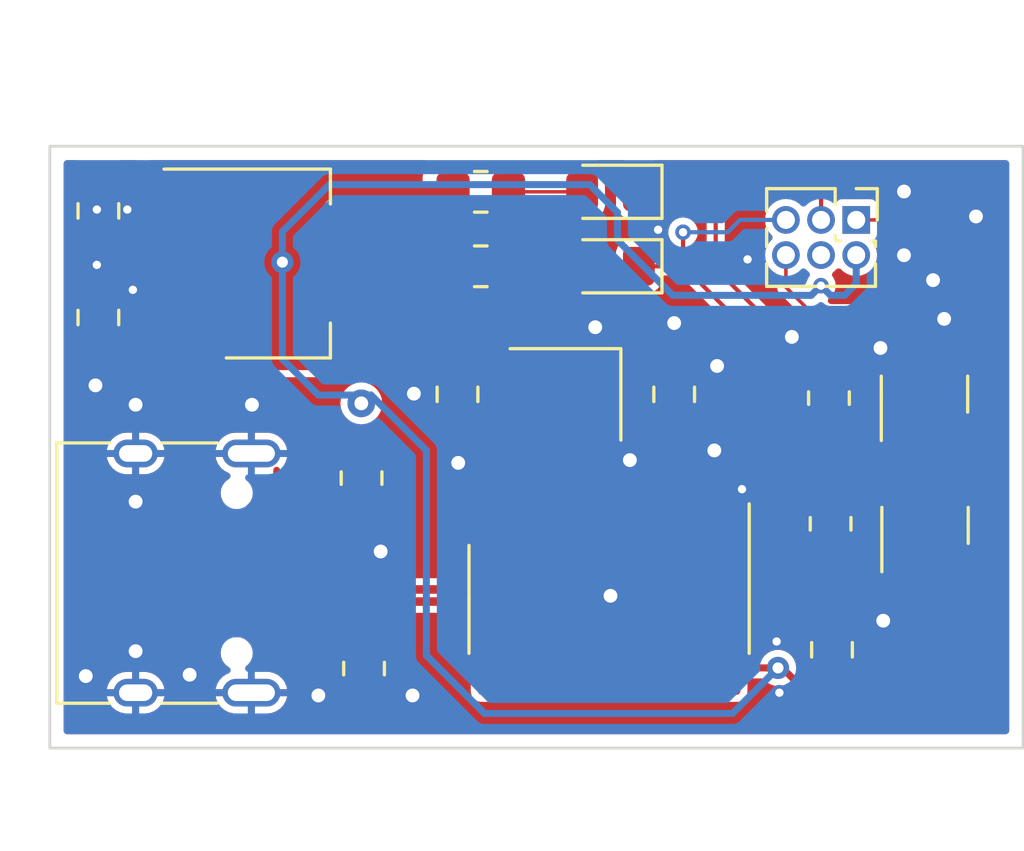
<source format=kicad_pcb>
(kicad_pcb (version 20221018) (generator pcbnew)
  (layers (0 "F.Cu" signal) (1 "In1.Cu" signal) (2 "In2.Cu" signal) (31 "B.Cu" signal) (34 "B.Paste" user) (35 "F.Paste" user) (36 "B.SilkS" user "B.Silkscreen") (37 "F.SilkS" user "F.Silkscreen") (38 "B.Mask" user) (39 "F.Mask" user) (44 "Edge.Cuts" user))
  (net 0 "")
  (net 1 "/XTAL_XO")
  (net 2 "GND")
  (net 3 "/XTAL_XI")
  (net 4 "VBUS")
  (net 5 "+3V3")
  (net 6 "/TXD")
  (net 7 "Net-(D1-A)")
  (net 8 "/RXD")
  (net 9 "Net-(D2-A)")
  (net 10 "Net-(J2-CC1)")
  (net 11 "/USB_D+")
  (net 12 "/USB_D-")
  (net 14 "Net-(J2-CC2)")
  (net 16 "/EN")
  (net 17 "/IO0")
  (net 18 "Net-(Q1-B)")
  (net 19 "/~{RTS}")
  (net 20 "Net-(Q2-B)")
  (net 21 "/~{DTR}")
  (net 22 "+3V3_OUT")
  (footprint "LED_SMD:LED_0805_2012Metric_Pad1.15x1.40mm_HandSolder" (layer "F.Cu") (at 135.25 75.05 180)
    (fp_text reference "D1" hide)
    (fp_text value "LED")
    (fp_line (start -1.86 -0.96) (end -1.86 0.96) (stroke (width 0.12)) (layer "F.SilkS"))
    (fp_line (start -1.86 0.96) (end 1 0.96) (stroke (width 0.12)) (layer "F.SilkS"))
    (fp_line (start 1 -0.96) (end -1.86 -0.96) (stroke (width 0.12)) (layer "F.SilkS"))
    (pad "1" smd roundrect (at -1.025 0 180) (size 1.15 1.4) (layers "F.Cu" "F.Paste" "F.Mask") (roundrect_rratio 0.217391) (net 6 "/TXD"))
    (pad "2" smd roundrect (at 1.025 0 180) (size 1.15 1.4) (layers "F.Cu" "F.Paste" "F.Mask") (roundrect_rratio 0.217391) (net 7 "Net-(D1-A)"))
  )
  (footprint "Resistor_SMD:R_0805_2012Metric_Pad1.20x1.40mm_HandSolder" (layer "F.Cu") (at 126.35 89.58 -90)
    (fp_text reference "R5" hide)
    (fp_text value "5.1k")
    (fp_line (start -0.227064 -0.735) (end 0.227064 -0.735) (stroke (width 0.12)) (layer "F.SilkS"))
    (fp_line (start -0.227064 0.735) (end 0.227064 0.735) (stroke (width 0.12)) (layer "F.SilkS"))
    (pad "1" smd roundrect (at -1 0 270) (size 1.2 1.4) (layers "F.Cu" "F.Paste" "F.Mask") (roundrect_rratio 0.208333) (net 14 "Net-(J2-CC2)"))
    (pad "2" smd roundrect (at 1 0 270) (size 1.2 1.4) (layers "F.Cu" "F.Paste" "F.Mask") (roundrect_rratio 0.208333) (net 2 "GND"))
  )
  (footprint "Resistor_SMD:R_0805_2012Metric_Pad1.20x1.40mm_HandSolder" (layer "F.Cu") (at 143.14 79.81 -90)
    (fp_text reference "R1" hide)
    (fp_text value "10k")
    (fp_line (start -0.227064 -0.735) (end 0.227064 -0.735) (stroke (width 0.12)) (layer "F.SilkS"))
    (fp_line (start -0.227064 0.735) (end 0.227064 0.735) (stroke (width 0.12)) (layer "F.SilkS"))
    (pad "1" smd roundrect (at -1 0 270) (size 1.2 1.4) (layers "F.Cu" "F.Paste" "F.Mask") (roundrect_rratio 0.208333) (net 21 "/~{DTR}"))
    (pad "2" smd roundrect (at 1 0 270) (size 1.2 1.4) (layers "F.Cu" "F.Paste" "F.Mask") (roundrect_rratio 0.208333) (net 18 "Net-(Q1-B)"))
  )
  (footprint "LED_SMD:LED_0805_2012Metric_Pad1.15x1.40mm_HandSolder" (layer "F.Cu") (at 135.25 72.36 180)
    (fp_text reference "D2" hide)
    (fp_text value "LED")
    (fp_line (start -1.86 -0.96) (end -1.86 0.96) (stroke (width 0.12)) (layer "F.SilkS"))
    (fp_line (start -1.86 0.96) (end 1 0.96) (stroke (width 0.12)) (layer "F.SilkS"))
    (fp_line (start 1 -0.96) (end -1.86 -0.96) (stroke (width 0.12)) (layer "F.SilkS"))
    (pad "1" smd roundrect (at -1.025 0 180) (size 1.15 1.4) (layers "F.Cu" "F.Paste" "F.Mask") (roundrect_rratio 0.217391) (net 8 "/RXD"))
    (pad "2" smd roundrect (at 1.025 0 180) (size 1.15 1.4) (layers "F.Cu" "F.Paste" "F.Mask") (roundrect_rratio 0.217391) (net 9 "Net-(D2-A)"))
  )
  (footprint "Crystal:Crystal_SMD_3225-4Pin_3.2x2.5mm" (layer "F.Cu") (at 133.625 79.675 180)
    (fp_text reference "Y2" hide)
    (fp_text value "12MHz")
    (fp_line (start -2 -1.65) (end -2 1.65) (stroke (width 0.12)) (layer "F.SilkS"))
    (fp_line (start -2 1.65) (end 2 1.65) (stroke (width 0.12)) (layer "F.SilkS"))
    (pad "1" smd rect (at -1.1 0.85 180) (size 1.4 1.2) (layers "F.Cu" "F.Paste" "F.Mask") (net 2 "GND"))
    (pad "2" smd rect (at 1.1 0.85 180) (size 1.4 1.2) (layers "F.Cu" "F.Paste" "F.Mask") (net 1 "/XTAL_XO"))
    (pad "3" smd rect (at 1.1 -0.85 180) (size 1.4 1.2) (layers "F.Cu" "F.Paste" "F.Mask") (net 2 "GND"))
    (pad "4" smd rect (at -1.1 -0.85 180) (size 1.4 1.2) (layers "F.Cu" "F.Paste" "F.Mask") (net 3 "/XTAL_XI"))
  )
  (footprint "Capacitor_SMD:C_0805_2012Metric_Pad1.18x1.45mm_HandSolder" (layer "F.Cu") (at 143.25 88.9 90)
    (fp_text reference "C5" hide)
    (fp_text value "1u")
    (fp_line (start -0.261252 -0.735) (end 0.261252 -0.735) (stroke (width 0.12)) (layer "F.SilkS"))
    (fp_line (start -0.261252 0.735) (end 0.261252 0.735) (stroke (width 0.12)) (layer "F.SilkS"))
    (pad "1" smd roundrect (at -1.0375 0 90) (size 1.175 1.45) (layers "F.Cu" "F.Paste" "F.Mask") (roundrect_rratio 0.212766) (net 5 "+3V3"))
    (pad "2" smd roundrect (at 1.0375 0 90) (size 1.175 1.45) (layers "F.Cu" "F.Paste" "F.Mask") (roundrect_rratio 0.212766) (net 2 "GND"))
  )
  (footprint "Resistor_SMD:R_0805_2012Metric_Pad1.20x1.40mm_HandSolder" (layer "F.Cu") (at 130.565 75.05)
    (fp_text reference "R3" hide)
    (fp_text value "2k")
    (fp_line (start -0.227064 -0.735) (end 0.227064 -0.735) (stroke (width 0.12)) (layer "F.SilkS"))
    (fp_line (start -0.227064 0.735) (end 0.227064 0.735) (stroke (width 0.12)) (layer "F.SilkS"))
    (pad "1" smd roundrect (at -1 0) (size 1.2 1.4) (layers "F.Cu" "F.Paste" "F.Mask") (roundrect_rratio 0.208333) (net 5 "+3V3"))
    (pad "2" smd roundrect (at 1 0) (size 1.2 1.4) (layers "F.Cu" "F.Paste" "F.Mask") (roundrect_rratio 0.208333) (net 7 "Net-(D1-A)"))
  )
  (footprint "Capacitor_SMD:C_0805_2012Metric_Pad1.18x1.45mm_HandSolder" (layer "F.Cu") (at 137.55 79.675 90)
    (fp_text reference "C2" hide)
    (fp_text value "TBD")
    (fp_line (start -0.261252 -0.735) (end 0.261252 -0.735) (stroke (width 0.12)) (layer "F.SilkS"))
    (fp_line (start -0.261252 0.735) (end 0.261252 0.735) (stroke (width 0.12)) (layer "F.SilkS"))
    (pad "1" smd roundrect (at -1.0375 0 90) (size 1.175 1.45) (layers "F.Cu" "F.Paste" "F.Mask") (roundrect_rratio 0.212766) (net 3 "/XTAL_XI"))
    (pad "2" smd roundrect (at 1.0375 0 90) (size 1.175 1.45) (layers "F.Cu" "F.Paste" "F.Mask") (roundrect_rratio 0.212766) (net 2 "GND"))
  )
  (footprint "Connector_PinHeader_1.27mm:PinHeader_2x03_P1.27mm_Vertical" (layer "F.Cu") (at 144.125 73.375 -90)
    (fp_text reference "J3" hide)
    (fp_text value "Conn_02x03_Odd_Even")
    (fp_line (start -1.13 -0.76) (end 0 -0.76) (stroke (width 0.12)) (layer "F.SilkS"))
    (fp_line (start -1.13 0) (end -1.13 -0.76) (stroke (width 0.12)) (layer "F.SilkS"))
    (fp_line (start -1.13 0.76) (end -1.13 3.235) (stroke (width 0.12)) (layer "F.SilkS"))
    (fp_line (start -1.13 0.76) (end -0.563471 0.76) (stroke (width 0.12)) (layer "F.SilkS"))
    (fp_line (start -1.13 3.235) (end -0.30753 3.235) (stroke (width 0.12)) (layer "F.SilkS"))
    (fp_line (start 0.30753 3.235) (end 0.96247 3.235) (stroke (width 0.12)) (layer "F.SilkS"))
    (fp_line (start 0.563471 0.76) (end 0.706529 0.76) (stroke (width 0.12)) (layer "F.SilkS"))
    (fp_line (start 0.76 -0.695) (end 0.96247 -0.695) (stroke (width 0.12)) (layer "F.SilkS"))
    (fp_line (start 0.76 -0.563471) (end 0.76 -0.695) (stroke (width 0.12)) (layer "F.SilkS"))
    (fp_line (start 0.76 0.706529) (end 0.76 0.563471) (stroke (width 0.12)) (layer "F.SilkS"))
    (fp_line (start 1.57753 -0.695) (end 2.4 -0.695) (stroke (width 0.12)) (layer "F.SilkS"))
    (fp_line (start 1.57753 3.235) (end 2.4 3.235) (stroke (width 0.12)) (layer "F.SilkS"))
    (fp_line (start 2.4 -0.695) (end 2.4 3.235) (stroke (width 0.12)) (layer "F.SilkS"))
    (pad "1" thru_hole rect (at 0 0 270) (size 1 1) (drill 0.65) (layers "*.Cu" "*.Mask") (net 16 "/EN"))
    (pad "2" thru_hole oval (at 1.27 0 270) (size 1 1) (drill 0.65) (layers "*.Cu" "*.Mask") (net 5 "+3V3"))
    (pad "3" thru_hole oval (at 0 1.27 270) (size 1 1) (drill 0.65) (layers "*.Cu" "*.Mask") (net 8 "/RXD"))
    (pad "4" thru_hole oval (at 1.27 1.27 270) (size 1 1) (drill 0.65) (layers "*.Cu" "*.Mask") (net 2 "GND"))
    (pad "5" thru_hole oval (at 0 2.54 270) (size 1 1) (drill 0.65) (layers "*.Cu" "*.Mask") (net 6 "/TXD"))
    (pad "6" thru_hole oval (at 1.27 2.54 270) (size 1 1) (drill 0.65) (layers "*.Cu" "*.Mask") (net 17 "/IO0"))
  )
  (footprint "Resistor_SMD:R_0805_2012Metric_Pad1.20x1.40mm_HandSolder" (layer "F.Cu") (at 126.26 82.7 90)
    (fp_text reference "R6" hide)
    (fp_text value "5.1k")
    (fp_line (start -0.227064 -0.735) (end 0.227064 -0.735) (stroke (width 0.12)) (layer "F.SilkS"))
    (fp_line (start -0.227064 0.735) (end 0.227064 0.735) (stroke (width 0.12)) (layer "F.SilkS"))
    (pad "1" smd roundrect (at -1 0 90) (size 1.2 1.4) (layers "F.Cu" "F.Paste" "F.Mask") (roundrect_rratio 0.208333) (net 10 "Net-(J2-CC1)"))
    (pad "2" smd roundrect (at 1 0 90) (size 1.2 1.4) (layers "F.Cu" "F.Paste" "F.Mask") (roundrect_rratio 0.208333) (net 2 "GND"))
  )
  (footprint "Capacitor_SMD:C_0805_2012Metric_Pad1.18x1.45mm_HandSolder" (layer "F.Cu") (at 129.725 79.675 -90)
    (fp_text reference "C1" hide)
    (fp_text value "TBD")
    (fp_line (start -0.261252 -0.735) (end 0.261252 -0.735) (stroke (width 0.12)) (layer "F.SilkS"))
    (fp_line (start -0.261252 0.735) (end 0.261252 0.735) (stroke (width 0.12)) (layer "F.SilkS"))
    (pad "1" smd roundrect (at -1.0375 0 270) (size 1.175 1.45) (layers "F.Cu" "F.Paste" "F.Mask") (roundrect_rratio 0.212766) (net 1 "/XTAL_XO"))
    (pad "2" smd roundrect (at 1.0375 0 270) (size 1.175 1.45) (layers "F.Cu" "F.Paste" "F.Mask") (roundrect_rratio 0.212766) (net 2 "GND"))
  )
  (footprint "Package_TO_SOT_SMD:SOT-223-3_TabPin2" (layer "F.Cu") (at 123.225 74.95)
    (fp_text reference "U2" hide)
    (fp_text value "TLV1117-33")
    (fp_line (start -4.1 -3.41) (end 1.91 -3.41) (stroke (width 0.12)) (layer "F.SilkS"))
    (fp_line (start -1.85 3.41) (end 1.91 3.41) (stroke (width 0.12)) (layer "F.SilkS"))
    (fp_line (start 1.91 -3.41) (end 1.91 -2.15) (stroke (width 0.12)) (layer "F.SilkS"))
    (fp_line (start 1.91 3.41) (end 1.91 2.15) (stroke (width 0.12)) (layer "F.SilkS"))
    (pad "1" smd rect (at -3.15 -2.3) (size 2 1.5) (layers "F.Cu" "F.Paste" "F.Mask") (net 2 "GND"))
    (pad "2" smd rect (at -3.15 0) (size 2 1.5) (layers "F.Cu" "F.Paste" "F.Mask") (net 5 "+3V3"))
    (pad "2" smd rect (at 3.15 0) (size 2 3.8) (layers "F.Cu" "F.Paste" "F.Mask") (net 5 "+3V3"))
    (pad "3" smd rect (at -3.15 2.3) (size 2 1.5) (layers "F.Cu" "F.Paste" "F.Mask") (net 4 "VBUS"))
  )
  (footprint "Capacitor_SMD:C_0805_2012Metric" (layer "F.Cu") (at 116.755 73.05 90)
    (fp_text reference "C4" hide)
    (fp_text value "1u")
    (fp_line (start -0.261252 -0.735) (end 0.261252 -0.735) (stroke (width 0.12)) (layer "F.SilkS"))
    (fp_line (start -0.261252 0.735) (end 0.261252 0.735) (stroke (width 0.12)) (layer "F.SilkS"))
    (pad "1" smd roundrect (at -0.95 0 90) (size 1 1.45) (layers "F.Cu" "F.Paste" "F.Mask") (net 5 "+3V3"))
    (pad "2" smd roundrect (at 0.95 0 90) (size 1 1.45) (layers "F.Cu" "F.Paste" "F.Mask") (net 2 "GND"))
  )
  (footprint "Package_TO_SOT_SMD:SOT-23" (layer "F.Cu") (at 146.61 84.4075 90)
    (fp_text reference "Q1" hide)
    (fp_text value "PMBT3904")
    (fp_line (start 0 -1.56) (end -1.675 -1.56) (stroke (width 0.12)) (layer "F.SilkS"))
    (fp_line (start 0 -1.56) (end 0.65 -1.56) (stroke (width 0.12)) (layer "F.SilkS"))
    (fp_line (start 0 1.56) (end -0.65 1.56) (stroke (width 0.12)) (layer "F.SilkS"))
    (fp_line (start 0 1.56) (end 0.65 1.56) (stroke (width 0.12)) (layer "F.SilkS"))
    (pad "1" smd roundrect (at -0.9375 -0.95 90) (size 1.475 0.6) (layers "F.Cu" "F.Paste" "F.Mask") (net 18 "Net-(Q1-B)"))
    (pad "2" smd roundrect (at -0.9375 0.95 90) (size 1.475 0.6) (layers "F.Cu" "F.Paste" "F.Mask") (net 19 "/~{RTS}"))
    (pad "3" smd roundrect (at 0.9375 0 90) (size 1.475 0.6) (layers "F.Cu" "F.Paste" "F.Mask") (net 16 "/EN"))
  )
  (footprint "Resistor_SMD:R_0805_2012Metric_Pad1.20x1.40mm_HandSolder" (layer "F.Cu") (at 130.565 72.36)
    (fp_text reference "R4" hide)
    (fp_text value "2k")
    (fp_line (start -0.227064 -0.735) (end 0.227064 -0.735) (stroke (width 0.12)) (layer "F.SilkS"))
    (fp_line (start -0.227064 0.735) (end 0.227064 0.735) (stroke (width 0.12)) (layer "F.SilkS"))
    (pad "1" smd roundrect (at -1 0) (size 1.2 1.4) (layers "F.Cu" "F.Paste" "F.Mask") (roundrect_rratio 0.208333) (net 5 "+3V3"))
    (pad "2" smd roundrect (at 1 0) (size 1.2 1.4) (layers "F.Cu" "F.Paste" "F.Mask") (roundrect_rratio 0.208333) (net 9 "Net-(D2-A)"))
  )
  (footprint "Connector_USB:USB_C_Receptacle_HRO_TYPE-C-31-M-12" (layer "F.Cu") (at 119.15 86.13 -90)
    (fp_text reference "J2" hide)
    (fp_text value "USB_C_Receptacle_USB2.0")
    (fp_line (start -4.7 -1.9) (end -4.7 0.1) (stroke (width 0.12)) (layer "F.SilkS"))
    (fp_line (start -4.7 2) (end -4.7 3.9) (stroke (width 0.12)) (layer "F.SilkS"))
    (fp_line (start -4.7 3.9) (end 4.7 3.9) (stroke (width 0.12)) (layer "F.SilkS"))
    (fp_line (start 4.7 -1.9) (end 4.7 0.1) (stroke (width 0.12)) (layer "F.SilkS"))
    (fp_line (start 4.7 2) (end 4.7 3.9) (stroke (width 0.12)) (layer "F.SilkS"))
    (pad "" np_thru_hole circle (at -2.89 -2.6 270) (size 0.65 0.65) (drill 0.65) (layers "*.Cu" "*.Mask"))
    (pad "" np_thru_hole circle (at 2.89 -2.6 270) (size 0.65 0.65) (drill 0.65) (layers "*.Cu" "*.Mask"))
    (pad "A1" smd rect (at -3.25 -4.045 270) (size 0.6 1.45) (layers "F.Cu" "F.Paste" "F.Mask") (net 2 "GND"))
    (pad "A4" smd rect (at -2.45 -4.045 270) (size 0.6 1.45) (layers "F.Cu" "F.Paste" "F.Mask") (net 4 "VBUS"))
    (pad "A5" smd rect (at -1.25 -4.045 270) (size 0.3 1.45) (layers "F.Cu" "F.Paste" "F.Mask") (net 10 "Net-(J2-CC1)"))
    (pad "A6" smd rect (at -0.25 -4.045 270) (size 0.3 1.45) (layers "F.Cu" "F.Paste" "F.Mask") (net 11 "/USB_D+"))
    (pad "A7" smd rect (at 0.25 -4.045 270) (size 0.3 1.45) (layers "F.Cu" "F.Paste" "F.Mask") (net 12 "/USB_D-"))
    (pad "A8" smd rect (at 1.25 -4.045 270) (size 0.3 1.45) (layers "F.Cu" "F.Paste" "F.Mask"))
    (pad "A9" smd rect (at 2.45 -4.045 270) (size 0.6 1.45) (layers "F.Cu" "F.Paste" "F.Mask") (net 4 "VBUS"))
    (pad "A12" smd rect (at 3.25 -4.045 270) (size 0.6 1.45) (layers "F.Cu" "F.Paste" "F.Mask") (net 2 "GND"))
    (pad "B1" smd rect (at 3.25 -4.045 270) (size 0.6 1.45) (layers "F.Cu" "F.Paste" "F.Mask") (net 2 "GND"))
    (pad "B4" smd rect (at 2.45 -4.045 270) (size 0.6 1.45) (layers "F.Cu" "F.Paste" "F.Mask") (net 4 "VBUS"))
    (pad "B5" smd rect (at 1.75 -4.045 270) (size 0.3 1.45) (layers "F.Cu" "F.Paste" "F.Mask") (net 14 "Net-(J2-CC2)"))
    (pad "B6" smd rect (at 0.75 -4.045 270) (size 0.3 1.45) (layers "F.Cu" "F.Paste" "F.Mask") (net 11 "/USB_D+"))
    (pad "B7" smd rect (at -0.75 -4.045 270) (size 0.3 1.45) (layers "F.Cu" "F.Paste" "F.Mask") (net 12 "/USB_D-"))
    (pad "B8" smd rect (at -1.75 -4.045 270) (size 0.3 1.45) (layers "F.Cu" "F.Paste" "F.Mask"))
    (pad "B9" smd rect (at -2.45 -4.045 270) (size 0.6 1.45) (layers "F.Cu" "F.Paste" "F.Mask") (net 4 "VBUS"))
    (pad "B12" smd rect (at -3.25 -4.045 270) (size 0.6 1.45) (layers "F.Cu" "F.Paste" "F.Mask") (net 2 "GND"))
    (pad "S1" thru_hole oval (at -4.32 -3.13 270) (size 1 2.1) (drill oval 0.6 1.7) (layers "*.Cu" "*.Mask") (net 2 "GND"))
    (pad "S1" thru_hole oval (at -4.32 1.05 270) (size 1 1.6) (drill oval 0.6 1.2) (layers "*.Cu" "*.Mask") (net 2 "GND"))
    (pad "S1" thru_hole oval (at 4.32 -3.13 270) (size 1 2.1) (drill oval 0.6 1.7) (layers "*.Cu" "*.Mask") (net 2 "GND"))
    (pad "S1" thru_hole oval (at 4.32 1.05 270) (size 1 1.6) (drill oval 0.6 1.2) (layers "*.Cu" "*.Mask") (net 2 "GND"))
  )
  (footprint "Resistor_SMD:R_0805_2012Metric_Pad1.20x1.40mm_HandSolder" (layer "F.Cu") (at 143.2 84.35 90)
    (fp_text reference "R2" hide)
    (fp_text value "10k")
    (fp_line (start -0.227064 -0.735) (end 0.227064 -0.735) (stroke (width 0.12)) (layer "F.SilkS"))
    (fp_line (start -0.227064 0.735) (end 0.227064 0.735) (stroke (width 0.12)) (layer "F.SilkS"))
    (pad "1" smd roundrect (at -1 0 90) (size 1.2 1.4) (layers "F.Cu" "F.Paste" "F.Mask") (roundrect_rratio 0.208333) (net 19 "/~{RTS}"))
    (pad "2" smd roundrect (at 1 0 90) (size 1.2 1.4) (layers "F.Cu" "F.Paste" "F.Mask") (roundrect_rratio 0.208333) (net 20 "Net-(Q2-B)"))
  )
  (footprint "Package_SO:SOIC-16_3.9x9.9mm_P1.27mm" (layer "F.Cu") (at 135.2 87.08 -90)
    (fp_text reference "U1" hide)
    (fp_text value "CH340G")
    (fp_line (start 0 -5.06) (end -3.45 -5.06) (stroke (width 0.12)) (layer "F.SilkS"))
    (fp_line (start 0 -5.06) (end 1.95 -5.06) (stroke (width 0.12)) (layer "F.SilkS"))
    (fp_line (start 0 5.06) (end -1.95 5.06) (stroke (width 0.12)) (layer "F.SilkS"))
    (fp_line (start 0 5.06) (end 1.95 5.06) (stroke (width 0.12)) (layer "F.SilkS"))
    (pad "1" smd roundrect (at -2.475 -4.445 270) (size 1.95 0.6) (layers "F.Cu" "F.Paste" "F.Mask") (net 2 "GND"))
    (pad "2" smd roundrect (at -2.475 -3.175 270) (size 1.95 0.6) (layers "F.Cu" "F.Paste" "F.Mask") (net 6 "/TXD"))
    (pad "3" smd roundrect (at -2.475 -1.905 270) (size 1.95 0.6) (layers "F.Cu" "F.Paste" "F.Mask") (net 8 "/RXD"))
    (pad "4" smd roundrect (at -2.475 -0.635 270) (size 1.95 0.6) (layers "F.Cu" "F.Paste" "F.Mask") (net 22 "+3V3_OUT"))
    (pad "5" smd roundrect (at -2.475 0.635 270) (size 1.95 0.6) (layers "F.Cu" "F.Paste" "F.Mask") (net 11 "/USB_D+"))
    (pad "6" smd roundrect (at -2.475 1.905 270) (size 1.95 0.6) (layers "F.Cu" "F.Paste" "F.Mask") (net 12 "/USB_D-"))
    (pad "7" smd roundrect (at -2.475 3.175 270) (size 1.95 0.6) (layers "F.Cu" "F.Paste" "F.Mask") (net 3 "/XTAL_XI"))
    (pad "8" smd roundrect (at -2.475 4.445 270) (size 1.95 0.6) (layers "F.Cu" "F.Paste" "F.Mask") (net 1 "/XTAL_XO"))
    (pad "9" smd roundrect (at 2.475 4.445 270) (size 1.95 0.6) (layers "F.Cu" "F.Paste" "F.Mask"))
    (pad "10" smd roundrect (at 2.475 3.175 270) (size 1.95 0.6) (layers "F.Cu" "F.Paste" "F.Mask"))
    (pad "11" smd roundrect (at 2.475 1.905 270) (size 1.95 0.6) (layers "F.Cu" "F.Paste" "F.Mask"))
    (pad "12" smd roundrect (at 2.475 0.635 270) (size 1.95 0.6) (layers "F.Cu" "F.Paste" "F.Mask"))
    (pad "13" smd roundrect (at 2.475 -0.635 270) (size 1.95 0.6) (layers "F.Cu" "F.Paste" "F.Mask") (net 21 "/~{DTR}"))
    (pad "14" smd roundrect (at 2.475 -1.905 270) (size 1.95 0.6) (layers "F.Cu" "F.Paste" "F.Mask") (net 19 "/~{RTS}"))
    (pad "15" smd roundrect (at 2.475 -3.175 270) (size 1.95 0.6) (layers "F.Cu" "F.Paste" "F.Mask"))
    (pad "16" smd roundrect (at 2.475 -4.445 270) (size 1.95 0.6) (layers "F.Cu" "F.Paste" "F.Mask") (net 5 "+3V3"))
  )
  (footprint "Package_TO_SOT_SMD:SOT-23" (layer "F.Cu") (at 146.59 79.6675 90)
    (fp_text reference "Q2" hide)
    (fp_text value "PMBT3904")
    (fp_line (start 0 -1.56) (end -1.675 -1.56) (stroke (width 0.12)) (layer "F.SilkS"))
    (fp_line (start 0 -1.56) (end 0.65 -1.56) (stroke (width 0.12)) (layer "F.SilkS"))
    (fp_line (start 0 1.56) (end -0.65 1.56) (stroke (width 0.12)) (layer "F.SilkS"))
    (fp_line (start 0 1.56) (end 0.65 1.56) (stroke (width 0.12)) (layer "F.SilkS"))
    (pad "1" smd roundrect (at -0.9375 -0.95 90) (size 1.475 0.6) (layers "F.Cu" "F.Paste" "F.Mask") (net 20 "Net-(Q2-B)"))
    (pad "2" smd roundrect (at -0.9375 0.95 90) (size 1.475 0.6) (layers "F.Cu" "F.Paste" "F.Mask") (net 21 "/~{DTR}"))
    (pad "3" smd roundrect (at 0.9375 0 90) (size 1.475 0.6) (layers "F.Cu" "F.Paste" "F.Mask") (net 17 "/IO0"))
  )
  (footprint "Capacitor_SMD:C_0805_2012Metric" (layer "F.Cu") (at 116.755 76.9 90)
    (fp_text reference "C3" hide)
    (fp_text value "1u")
    (fp_line (start -0.261252 -0.735) (end 0.261252 -0.735) (stroke (width 0.12)) (layer "F.SilkS"))
    (fp_line (start -0.261252 0.735) (end 0.261252 0.735) (stroke (width 0.12)) (layer "F.SilkS"))
    (pad "1" smd roundrect (at -0.95 0 90) (size 1 1.45) (layers "F.Cu" "F.Paste" "F.Mask") (net 4 "VBUS"))
    (pad "2" smd roundrect (at 0.95 0 90) (size 1 1.45) (layers "F.Cu" "F.Paste" "F.Mask") (net 2 "GND"))
  )
  (gr_rect (start 115 70.715) (end 150.15 92.45) (stroke (width 0.1)) (fill none) (layer "Edge.Cuts"))
  (segment (start 131.2 79) (end 131.2 79.9) (width 0.254) (layer "F.Cu") (net 1))
  (segment (start 131.2 82) (end 130.755 82.445) (width 0.254) (layer "F.Cu") (net 1))
  (segment (start 132.525 78.825) (end 131.375 78.825) (width 0.254) (layer "F.Cu") (net 1))
  (segment (start 131.375 78.825) (end 131.2 79) (width 0.254) (layer "F.Cu") (net 1))
  (segment (start 131.2 79.1) (end 130.7375 78.6375) (width 0.254) (layer "F.Cu") (net 1))
  (segment (start 131.2 79.9) (end 131.2 82) (width 0.254) (layer "F.Cu") (net 1))
  (segment (start 131.2 79.9) (end 131.2 79.1) (width 0.254) (layer "F.Cu") (net 1))
  (segment (start 130.7375 78.6375) (end 129.725 78.6375) (width 0.254) (layer "F.Cu") (net 1))
  (segment (start 130.755 82.445) (end 130.755 84.605) (width 0.254) (layer "F.Cu") (net 1))
  (segment (start 118.55 72.65) (end 118 72.1) (width 0.254) (layer "F.Cu") (net 2))
  (segment (start 118 72.1) (end 116.755 72.1) (width 0.254) (layer "F.Cu") (net 2))
  (segment (start 120.075 72.65) (end 118.55 72.65) (width 0.254) (layer "F.Cu") (net 2))
  (via (at 146.9 75.55) (size 1) (drill 0.5) (layers "F.Cu" "B.Cu") (net 2))
  (via (at 145.85 74.65) (size 1) (drill 0.5) (layers "F.Cu" "B.Cu") (net 2))
  (via (at 135.25 86.95) (size 1) (drill 0.5) (layers "F.Cu" "B.Cu") (net 2))
  (via (at 145 78) (size 1) (drill 0.5) (layers "F.Cu" "B.Cu") (net 2))
  (via (at 140.2 74.8) (size 0.56) (drill 0.3) (layers "F.Cu" "B.Cu") (net 2))
  (via (at 126.95 85.35) (size 1) (drill 0.5) (layers "F.Cu" "B.Cu") (net 2))
  (via (at 145.1 87.85) (size 1) (drill 0.5) (layers "F.Cu" "B.Cu") (net 2))
  (via (at 117.8 73) (size 0.56) (drill 0.3) (layers "F.Cu" "B.Cu") (net 2))
  (via (at 118.1 88.95) (size 1) (drill 0.5) (layers "F.Cu" "B.Cu") (net 2))
  (via (at 116.7 75) (size 0.56) (drill 0.3) (layers "F.Cu" "B.Cu") (net 2))
  (via (at 129.75 82.15) (size 1) (drill 0.5) (layers "F.Cu" "B.Cu") (net 2))
  (via (at 118.1 80.05) (size 1) (drill 0.5) (layers "F.Cu" "B.Cu") (net 2))
  (via (at 148.45 73.25) (size 1) (drill 0.5) (layers "F.Cu" "B.Cu") (net 2))
  (via (at 120.05 89.8) (size 1) (drill 0.5) (layers "F.Cu" "B.Cu") (net 2))
  (via (at 147.3 76.95) (size 1) (drill 0.5) (layers "F.Cu" "B.Cu") (net 2))
  (via (at 145.85 72.35) (size 1) (drill 0.5) (layers "F.Cu" "B.Cu") (net 2))
  (via (at 128.15 79.65) (size 1) (drill 0.5) (layers "F.Cu" "B.Cu") (net 2))
  (via (at 118 75.9) (size 0.56) (drill 0.3) (layers "F.Cu" "B.Cu") (net 2))
  (via (at 140 83.1) (size 0.56) (drill 0.3) (layers "F.Cu" "B.Cu") (net 2))
  (via (at 116.65 79.35) (size 1) (drill 0.5) (layers "F.Cu" "B.Cu") (net 2))
  (via (at 136.97 73.73) (size 0.56) (drill 0.3) (layers "F.Cu" "B.Cu") (net 2))
  (via (at 141.35 90.45) (size 0.56) (drill 0.3) (layers "F.Cu" "B.Cu") (net 2))
  (via (at 134.7 77.25) (size 1) (drill 0.5) (layers "F.Cu" "B.Cu") (net 2))
  (via (at 116.7 73) (size 0.56) (drill 0.3) (layers "F.Cu" "B.Cu") (net 2))
  (via (at 139 81.7) (size 1) (drill 0.5) (layers "F.Cu" "B.Cu") (net 2))
  (via (at 135.95 82.05) (size 1) (drill 0.5) (layers "F.Cu" "B.Cu") (net 2))
  (via (at 141.8 77.6) (size 1) (drill 0.5) (layers "F.Cu" "B.Cu") (net 2))
  (via (at 124.7 90.55) (size 1) (drill 0.5) (layers "F.Cu" "B.Cu") (net 2))
  (via (at 141.25 88.6) (size 0.56) (drill 0.3) (layers "F.Cu" "B.Cu") (net 2))
  (via (at 116.3 89.85) (size 1) (drill 0.5) (layers "F.Cu" "B.Cu") (net 2))
  (via (at 122.3 80.05) (size 1) (drill 0.5) (layers "F.Cu" "B.Cu") (net 2))
  (via (at 137.55 77.1) (size 1) (drill 0.5) (layers "F.Cu" "B.Cu") (net 2))
  (via (at 118.1 83.55) (size 1) (drill 0.5) (layers "F.Cu" "B.Cu") (net 2))
  (via (at 128.1 90.55) (size 1) (drill 0.5) (layers "F.Cu" "B.Cu") (net 2))
  (via (at 139.1 78.65) (size 1) (drill 0.5) (layers "F.Cu" "B.Cu") (net 2))
  (segment (start 135.825 80.525) (end 136.0125 80.7125) (width 0.254) (layer "F.Cu") (net 3))
  (segment (start 132.025 82.775) (end 132.7 82.1) (width 0.254) (layer "F.Cu") (net 3))
  (segment (start 134.725 80.525) (end 135.825 80.525) (width 0.254) (layer "F.Cu") (net 3))
  (segment (start 134.725 81.575) (end 134.725 80.525) (width 0.254) (layer "F.Cu") (net 3))
  (segment (start 136.0125 80.7125) (end 137.55 80.7125) (width 0.254) (layer "F.Cu") (net 3))
  (segment (start 132.7 82.1) (end 134.2 82.1) (width 0.254) (layer "F.Cu") (net 3))
  (segment (start 132.025 84.605) (end 132.025 82.775) (width 0.254) (layer "F.Cu") (net 3))
  (segment (start 134.2 82.1) (end 134.725 81.575) (width 0.254) (layer "F.Cu") (net 3))
  (segment (start 122.040778 88.318) (end 121.318 88.318) (width 0.254) (layer "F.Cu") (net 4))
  (segment (start 120.075 83.575) (end 120.075 77.25) (width 0.254) (layer "F.Cu") (net 4))
  (segment (start 120.6 84.1) (end 120.075 83.575) (width 0.254) (layer "F.Cu") (net 4))
  (segment (start 118.35 77.85) (end 116.755 77.85) (width 0.254) (layer "F.Cu") (net 4))
  (segment (start 122.302778 83.68) (end 121.882778 84.1) (width 0.254) (layer "F.Cu") (net 4))
  (segment (start 120.075 87.075) (end 120.075 83.575) (width 0.254) (layer "F.Cu") (net 4))
  (segment (start 123.195 83.68) (end 122.302778 83.68) (width 0.254) (layer "F.Cu") (net 4))
  (segment (start 120.075 77.25) (end 118.95 77.25) (width 0.254) (layer "F.Cu") (net 4))
  (segment (start 121.882778 84.1) (end 120.6 84.1) (width 0.254) (layer "F.Cu") (net 4))
  (segment (start 123.195 88.58) (end 122.302778 88.58) (width 0.254) (layer "F.Cu") (net 4))
  (segment (start 121.318 88.318) (end 120.075 87.075) (width 0.254) (layer "F.Cu") (net 4))
  (segment (start 118.95 77.25) (end 118.35 77.85) (width 0.254) (layer "F.Cu") (net 4))
  (segment (start 122.302778 88.58) (end 122.040778 88.318) (width 0.254) (layer "F.Cu") (net 4))
  (segment (start 118.85 74.95) (end 117.9 74) (width 0.254) (layer "F.Cu") (net 5))
  (segment (start 141.3 89.555) (end 141.455 89.555) (width 0.254) (layer "F.Cu") (net 5))
  (segment (start 141.3 89.555) (end 139.645 89.555) (width 0.254) (layer "F.Cu") (net 5))
  (segment (start 141.455 89.555) (end 141.8375 89.9375) (width 0.254) (layer "F.Cu") (net 5))
  (segment (start 141.8375 89.9375) (end 143.25 89.9375) (width 0.254) (layer "F.Cu") (net 5))
  (segment (start 120.075 74.95) (end 118.85 74.95) (width 0.254) (layer "F.Cu") (net 5))
  (segment (start 117.9 74) (end 116.755 74) (width 0.254) (layer "F.Cu") (net 5))
  (via (at 123.4 74.9) (size 0.8) (drill 0.4) (layers "F.Cu" "B.Cu") (net 5))
  (via (at 141.3 89.555) (size 0.8) (drill 0.4) (layers "F.Cu" "B.Cu") (net 5))
  (via (at 142.85 75.75) (size 0.56) (drill 0.3) (layers "F.Cu" "B.Cu") (net 5))
  (via (at 126.25 80) (size 1) (drill 0.5) (layers "F.Cu" "B.Cu") (net 5))
  (segment (start 142.85 75.75) (end 143.2 76.1) (width 0.254) (layer "B.Cu") (net 5))
  (segment (start 143.7 76.1) (end 144.125 75.675) (width 0.254) (layer "B.Cu") (net 5))
  (segment (start 123.4 73.8) (end 125.1 72.1) (width 0.254) (layer "B.Cu") (net 5))
  (segment (start 126.55 79.7) (end 126.25 80) (width 0.254) (layer "B.Cu") (net 5))
  (segment (start 126.25 80) (end 125.95 79.7) (width 0.254) (layer "B.Cu") (net 5))
  (segment (start 144.125 75.675) (end 144.125 74.645) (width 0.254) (layer "B.Cu") (net 5))
  (segment (start 128.6 89.1) (end 128.6 81.7) (width 0.254) (layer "B.Cu") (net 5))
  (segment (start 143.2 76.1) (end 143.7 76.1) (width 0.254) (layer "B.Cu") (net 5))
  (segment (start 142.5 76.1) (end 142.85 75.75) (width 0.254) (layer "B.Cu") (net 5))
  (segment (start 128.6 81.7) (end 126.6 79.7) (width 0.254) (layer "B.Cu") (net 5))
  (segment (start 125.1 72.1) (end 134.5 72.1) (width 0.254) (layer "B.Cu") (net 5))
  (segment (start 135.5 73.1) (end 135.5 74.1) (width 0.254) (layer "B.Cu") (net 5))
  (segment (start 137.5 76.1) (end 142.5 76.1) (width 0.254) (layer "B.Cu") (net 5))
  (segment (start 141.3 89.555) (end 139.655 91.2) (width 0.254) (layer "B.Cu") (net 5))
  (segment (start 130.7 91.2) (end 128.6 89.1) (width 0.254) (layer "B.Cu") (net 5))
  (segment (start 126.6 79.7) (end 126.55 79.7) (width 0.254) (layer "B.Cu") (net 5))
  (segment (start 125.95 79.7) (end 124.7 79.7) (width 0.254) (layer "B.Cu") (net 5))
  (segment (start 124.7 79.7) (end 123.4 78.4) (width 0.254) (layer "B.Cu") (net 5))
  (segment (start 135.5 74.1) (end 137.5 76.1) (width 0.254) (layer "B.Cu") (net 5))
  (segment (start 123.4 78.4) (end 123.4 74.9) (width 0.254) (layer "B.Cu") (net 5))
  (segment (start 123.4 74.9) (end 123.4 73.8) (width 0.254) (layer "B.Cu") (net 5))
  (segment (start 134.5 72.1) (end 135.5 73.1) (width 0.254) (layer "B.Cu") (net 5))
  (segment (start 139.655 91.2) (end 130.7 91.2) (width 0.254) (layer "B.Cu") (net 5))
  (segment (start 137.89 75.05) (end 137.99 75.15) (width 0.1524) (layer "F.Cu") (net 6))
  (segment (start 139.47 82.72) (end 138.8 82.72) (width 0.1524) (layer "F.Cu") (net 6))
  (segment (start 137.99 75.15) (end 140.01 77.17) (width 0.1524) (layer "F.Cu") (net 6))
  (segment (start 137.87 75.03) (end 137.87 73.82) (width 0.1524) (layer "F.Cu") (net 6))
  (segment (start 138.375 83.145) (end 138.375 84.605) (width 0.1524) (layer "F.Cu") (net 6))
  (segment (start 138.8 82.72) (end 138.375 83.145) (width 0.1524) (layer "F.Cu") (net 6))
  (segment (start 137.99 75.15) (end 137.87 75.03) (width 0.1524) (layer "F.Cu") (net 6))
  (segment (start 140.01 77.17) (end 140.01 82.18) (width 0.1524) (layer "F.Cu") (net 6))
  (segment (start 136.275 75.05) (end 137.89 75.05) (width 0.1524) (layer "F.Cu") (net 6))
  (segment (start 140.01 82.18) (end 139.47 82.72) (width 0.1524) (layer "F.Cu") (net 6))
  (via (at 137.87 73.82) (size 0.56) (drill 0.3) (layers "F.Cu" "B.Cu") (net 6))
  (segment (start 139.48 73.82) (end 139.925 73.375) (width 0.1524) (layer "B.Cu") (net 6))
  (segment (start 139.925 73.375) (end 141.585 73.375) (width 0.1524) (layer "B.Cu") (net 6))
  (segment (start 137.87 73.82) (end 139.48 73.82) (width 0.1524) (layer "B.Cu") (net 6))
  (segment (start 134.225 75.05) (end 131.565 75.05) (width 0.127) (layer "F.Cu") (net 7))
  (segment (start 140.66 76.74) (end 139.05 75.13) (width 0.1524) (layer "F.Cu") (net 8))
  (segment (start 138.48 72.36) (end 136.275 72.36) (width 0.1524) (layer "F.Cu") (net 8))
  (segment (start 137.105 85.605) (end 137.5 86) (width 0.1524) (layer "F.Cu") (net 8))
  (segment (start 142.855 72.515) (end 142.52 72.18) (width 0.1524) (layer "F.Cu") (net 8))
  (segment (start 137.105 84.605) (end 137.105 85.605) (width 0.1524) (layer "F.Cu") (net 8))
  (segment (start 139.05 72.93) (end 139.045 72.925) (width 0.1524) (layer "F.Cu") (net 8))
  (segment (start 139.79 72.18) (end 139.045 72.925) (width 0.1524) (layer "F.Cu") (net 8))
  (segment (start 139.045 72.925) (end 138.48 72.36) (width 0.1524) (layer "F.Cu") (net 8))
  (segment (start 140.66 85.73) (end 140.66 76.74) (width 0.1524) (layer "F.Cu") (net 8))
  (segment (start 139.05 75.13) (end 139.05 72.93) (width 0.1524) (layer "F.Cu") (net 8))
  (segment (start 137.5 86) (end 140.39 86) (width 0.1524) (layer "F.Cu") (net 8))
  (segment (start 140.39 86) (end 140.66 85.73) (width 0.1524) (layer "F.Cu") (net 8))
  (segment (start 142.52 72.18) (end 139.79 72.18) (width 0.1524) (layer "F.Cu") (net 8))
  (segment (start 142.855 73.375) (end 142.855 72.515) (width 0.1524) (layer "F.Cu") (net 8))
  (segment (start 134.225 72.36) (end 131.565 72.36) (width 0.127) (layer "F.Cu") (net 9))
  (segment (start 125.11 83.7) (end 126.26 83.7) (width 0.127) (layer "F.Cu") (net 10))
  (segment (start 123.195 84.88) (end 124.34 84.88) (width 0.127) (layer "F.Cu") (net 10))
  (segment (start 124.72 84.5) (end 124.72 84.09) (width 0.127) (layer "F.Cu") (net 10))
  (segment (start 124.72 84.09) (end 125.11 83.7) (width 0.127) (layer "F.Cu") (net 10))
  (segment (start 124.34 84.88) (end 124.72 84.5) (width 0.127) (layer "F.Cu") (net 10))
  (segment (start 124.282501 85.88) (end 124.314001 85.8485) (width 0.31) (layer "F.Cu") (net 11))
  (segment (start 124.979494 85.8485) (end 126.165497 87.034503) (width 0.31) (layer "F.Cu") (net 11))
  (segment (start 126.289494 87.1585) (end 133.110506 87.1585) (width 0.31) (layer "F.Cu") (net 11))
  (segment (start 134.565 85.28) (end 134.565 84.605) (width 0.31) (layer "F.Cu") (net 11))
  (segment (start 126.165497 87.034503) (end 126.289494 87.1585) (width 0.31) (layer "F.Cu") (net 11))
  (segment (start 126.165497 87.034503) (end 126.010994 86.88) (width 0.31) (layer "F.Cu") (net 11))
  (segment (start 133.110506 87.1585) (end 134.1485 86.120506) (width 0.31) (layer "F.Cu") (net 11))
  (segment (start 124.314001 85.8485) (end 124.979494 85.8485) (width 0.31) (layer "F.Cu") (net 11))
  (segment (start 134.1485 85.6965) (end 134.565 85.28) (width 0.31) (layer "F.Cu") (net 11))
  (segment (start 123.195 85.88) (end 124.282501 85.88) (width 0.31) (layer "F.Cu") (net 11))
  (segment (start 134.1485 86.120506) (end 134.1485 85.6965) (width 0.31) (layer "F.Cu") (net 11))
  (segment (start 126.010994 86.88) (end 123.195 86.88) (width 0.31) (layer "F.Cu") (net 11))
  (segment (start 124.282501 85.38) (end 124.314001 85.4115) (width 0.31) (layer "F.Cu") (net 12))
  (segment (start 121.6 86.1) (end 121.88 86.38) (width 0.31) (layer "F.Cu") (net 12))
  (segment (start 121.6 85.7) (end 121.6 86.1) (width 0.31) (layer "F.Cu") (net 12))
  (segment (start 125.160506 85.4115) (end 126.470506 86.7215) (width 0.31) (layer "F.Cu") (net 12))
  (segment (start 124.314001 85.4115) (end 125.160506 85.4115) (width 0.31) (layer "F.Cu") (net 12))
  (segment (start 133.7115 85.939494) (end 133.7115 85.6965) (width 0.31) (layer "F.Cu") (net 12))
  (segment (start 123.195 85.38) (end 121.92 85.38) (width 0.31) (layer "F.Cu") (net 12))
  (segment (start 123.195 85.38) (end 124.282501 85.38) (width 0.31) (layer "F.Cu") (net 12))
  (segment (start 133.295 85.28) (end 133.295 84.605) (width 0.31) (layer "F.Cu") (net 12))
  (segment (start 121.92 85.38) (end 121.6 85.7) (width 0.31) (layer "F.Cu") (net 12))
  (segment (start 126.470506 86.7215) (end 132.929494 86.7215) (width 0.31) (layer "F.Cu") (net 12))
  (segment (start 133.7115 85.6965) (end 133.295 85.28) (width 0.31) (layer "F.Cu") (net 12))
  (segment (start 121.88 86.38) (end 123.195 86.38) (width 0.31) (layer "F.Cu") (net 12))
  (segment (start 132.929494 86.7215) (end 133.7115 85.939494) (width 0.31) (layer "F.Cu") (net 12))
  (segment (start 124.87 88.28) (end 124.87 88.46) (width 0.127) (layer "F.Cu") (net 14))
  (segment (start 124.87 88.46) (end 124.99 88.58) (width 0.127) (layer "F.Cu") (net 14))
  (segment (start 123.195 87.88) (end 124.47 87.88) (width 0.127) (layer "F.Cu") (net 14))
  (segment (start 124.47 87.88) (end 124.87 88.28) (width 0.127) (layer "F.Cu") (net 14))
  (segment (start 124.99 88.58) (end 126.35 88.58) (width 0.127) (layer "F.Cu") (net 14))
  (segment (start 148.46 82.36) (end 148.46 74.81) (width 0.127) (layer "F.Cu") (net 16))
  (segment (start 147.35 83.47) (end 148.46 82.36) (width 0.127) (layer "F.Cu") (net 16))
  (segment (start 147.025 73.375) (end 144.125 73.375) (width 0.127) (layer "F.Cu") (net 16))
  (segment (start 148.46 74.81) (end 147.025 73.375) (width 0.127) (layer "F.Cu") (net 16))
  (segment (start 146.61 83.47) (end 147.35 83.47) (width 0.127) (layer "F.Cu") (net 16))
  (segment (start 146.59 78.02) (end 145.3 76.73) (width 0.127) (layer "F.Cu") (net 17))
  (segment (start 141.585 75.805) (end 141.585 74.645) (width 0.127) (layer "F.Cu") (net 17))
  (segment (start 142.51 76.73) (end 141.585 75.805) (width 0.127) (layer "F.Cu") (net 17))
  (segment (start 146.59 78.73) (end 146.59 78.02) (width 0.127) (layer "F.Cu") (net 17))
  (segment (start 145.3 76.73) (end 142.51 76.73) (width 0.127) (layer "F.Cu") (net 17))
  (segment (start 144.75 84.77) (end 144.75 85.15) (width 0.127) (layer "F.Cu") (net 18))
  (segment (start 144.75 85.15) (end 144.945 85.345) (width 0.127) (layer "F.Cu") (net 18))
  (segment (start 142.34 84.36) (end 144.34 84.36) (width 0.127) (layer "F.Cu") (net 18))
  (segment (start 142.68 80.81) (end 142.01 81.48) (width 0.127) (layer "F.Cu") (net 18))
  (segment (start 143.14 80.81) (end 142.68 80.81) (width 0.127) (layer "F.Cu") (net 18))
  (segment (start 144.34 84.36) (end 144.75 84.77) (width 0.127) (layer "F.Cu") (net 18))
  (segment (start 142.01 81.48) (end 142.01 84.03) (width 0.127) (layer "F.Cu") (net 18))
  (segment (start 142.01 84.03) (end 142.34 84.36) (width 0.127) (layer "F.Cu") (net 18))
  (segment (start 144.945 85.345) (end 145.66 85.345) (width 0.127) (layer "F.Cu") (net 18))
  (segment (start 143.2 85.35) (end 143.2 86.1) (width 0.127) (layer "F.Cu") (net 19))
  (segment (start 141.07 87.88) (end 141.56 87.39) (width 0.127) (layer "F.Cu") (net 19))
  (segment (start 143.66 86.56) (end 147.31 86.56) (width 0.127) (layer "F.Cu") (net 19))
  (segment (start 142.26 85.35) (end 143.2 85.35) (width 0.127) (layer "F.Cu") (net 19))
  (segment (start 143.2 86.1) (end 143.66 86.56) (width 0.127) (layer "F.Cu") (net 19))
  (segment (start 141.56 87.39) (end 141.56 86.05) (width 0.127) (layer "F.Cu") (net 19))
  (segment (start 141.56 86.05) (end 142.26 85.35) (width 0.127) (layer "F.Cu") (net 19))
  (segment (start 137.71 87.88) (end 141.07 87.88) (width 0.127) (layer "F.Cu") (net 19))
  (segment (start 137.105 89.555) (end 137.105 88.485) (width 0.127) (layer "F.Cu") (net 19))
  (segment (start 147.56 86.31) (end 147.56 85.345) (width 0.127) (layer "F.Cu") (net 19))
  (segment (start 137.105 88.485) (end 137.71 87.88) (width 0.127) (layer "F.Cu") (net 19))
  (segment (start 147.31 86.56) (end 147.56 86.31) (width 0.127) (layer "F.Cu") (net 19))
  (segment (start 143.2 82.58) (end 143.5 82.28) (width 0.127) (layer "F.Cu") (net 20))
  (segment (start 144.35 82.28) (end 144.8 81.83) (width 0.127) (layer "F.Cu") (net 20))
  (segment (start 143.2 83.35) (end 143.2 82.58) (width 0.127) (layer "F.Cu") (net 20))
  (segment (start 144.8 80.99) (end 145.185 80.605) (width 0.127) (layer "F.Cu") (net 20))
  (segment (start 145.185 80.605) (end 145.64 80.605) (width 0.127) (layer "F.Cu") (net 20))
  (segment (start 144.8 81.83) (end 144.8 80.99) (width 0.127) (layer "F.Cu") (net 20))
  (segment (start 143.5 82.28) (end 144.35 82.28) (width 0.127) (layer "F.Cu") (net 20))
  (segment (start 135.835 89.555) (end 135.835 88.135) (width 0.127) (layer "F.Cu") (net 21))
  (segment (start 140.92 87.42) (end 141.18 87.16) (width 0.127) (layer "F.Cu") (net 21))
  (segment (start 144.76 79.24) (end 145.7 79.24) (width 0.127) (layer "F.Cu") (net 21))
  (segment (start 141.18 87.16) (end 141.18 79.49) (width 0.127) (layer "F.Cu") (net 21))
  (segment (start 143.14 78.81) (end 144.33 78.81) (width 0.127) (layer "F.Cu") (net 21))
  (segment (start 141.18 79.49) (end 141.86 78.81) (width 0.127) (layer "F.Cu") (net 21))
  (segment (start 145.7 79.24) (end 147.065 80.605) (width 0.127) (layer "F.Cu") (net 21))
  (segment (start 135.835 88.135) (end 136.55 87.42) (width 0.127) (layer "F.Cu") (net 21))
  (segment (start 144.33 78.81) (end 144.76 79.24) (width 0.127) (layer "F.Cu") (net 21))
  (segment (start 147.065 80.605) (end 147.54 80.605) (width 0.127) (layer "F.Cu") (net 21))
  (segment (start 136.55 87.42) (end 140.92 87.42) (width 0.127) (layer "F.Cu") (net 21))
  (segment (start 141.86 78.81) (end 143.14 78.81) (width 0.127) (layer "F.Cu") (net 21))
  (zone (net 5) (net_name "+3V3") (layer "F.Cu") (priority 5) (connect_pads (clearance 0.25)) (min_thickness 0.25) (fill yes (thermal_gap 0.5) (thermal_bridge_width 0.5))
    (polygon (pts (xy 130.6 76.8) (xy 127.9 76.8) (xy 127.9 78.8) (xy 118.5 78.8) (xy 118.5 70.7) (xy 127.9 70.7) (xy 130.6 70.7)))
  )
  (zone (net 2) (net_name "GND") (layers "F.Cu" "In1.Cu" "In2.Cu" "B.Cu") (connect_pads (clearance 0.25)) (min_thickness 0.25) (fill yes (thermal_gap 0.25) (thermal_bridge_width 0.25) (island_removal_mode 2) (island_area_min 10))
    (polygon (pts (xy 115 70.7) (xy 150.15 70.7) (xy 150.15 92.45) (xy 115 92.45)))
  )
)
</source>
